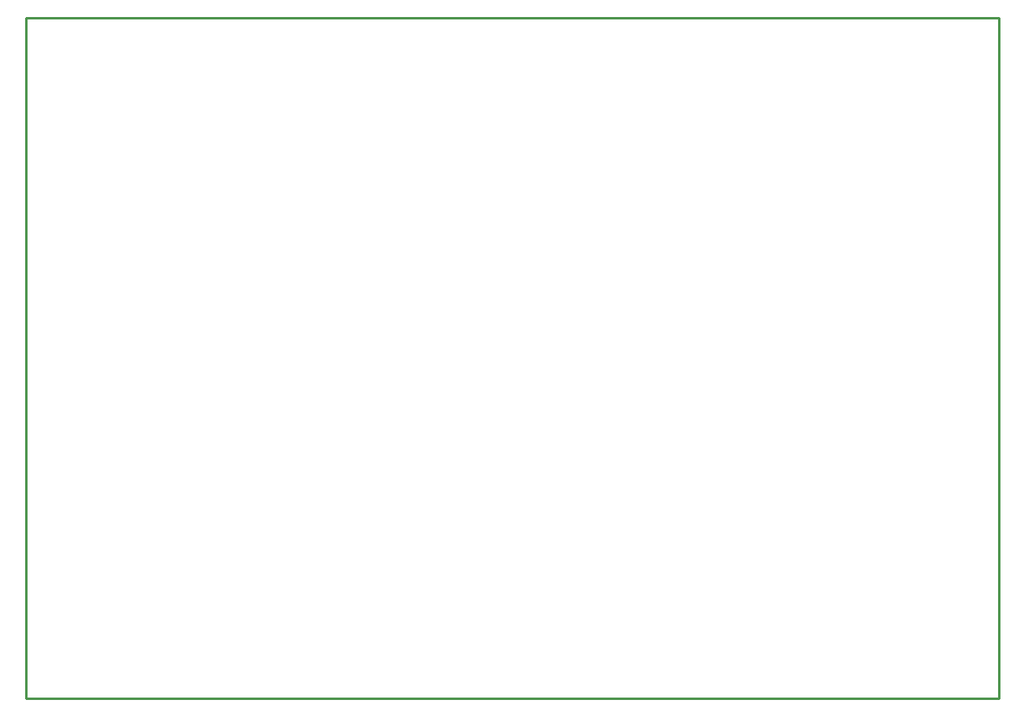
<source format=gbr>
G04 start of page 4 for group 2 idx 2 *
G04 Title: (unknown), outline *
G04 Creator: pcb 4.0.2 *
G04 CreationDate: Wed Jul  1 19:45:12 2020 UTC *
G04 For: ndholmes *
G04 Format: Gerber/RS-274X *
G04 PCB-Dimensions (mil): 4000.00 2800.00 *
G04 PCB-Coordinate-Origin: lower left *
%MOIN*%
%FSLAX25Y25*%
%LNOUTLINE*%
%ADD49C,0.0100*%
G54D49*X0Y280000D02*X200000D01*
Y0D02*X0D01*
Y280000D01*
X200000Y0D02*X400000D01*
Y280000D01*
X196000D01*
M02*

</source>
